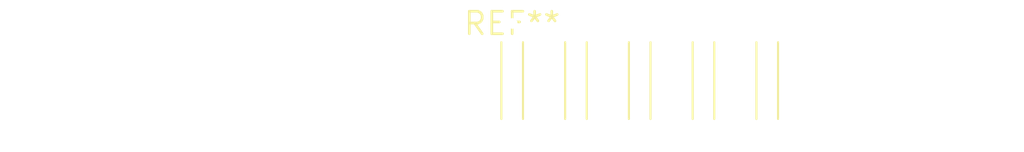
<source format=kicad_pcb>
(kicad_pcb (version 20240108) (generator pcbnew)
  (layers (0 "F.Cu" signal) (31 "B.Cu" signal) (34 "B.Paste" user) (35 "F.Paste" user) (36 "B.SilkS" user "B.Silkscreen") (37 "F.SilkS" user "F.Silkscreen") (38 "B.Mask" user) (39 "F.Mask" user) (44 "Edge.Cuts" user))
  (net 0 "")
  (footprint "SolderWire-0.1sqmm_1x05_P3.6mm_D0.4mm_OD1mm_Relief" (layer "F.Cu") (at 0 0)
    (property "Reference" "REF**")
    (property "Value" "SolderWire-0.1sqmm_1x05_P3.6mm_D0.4mm_OD1mm_Relief")
    (fp_line (start -0.61 1.06) (end -0.61 5.39) (layer "F.SilkS") (stroke (width 0.12)))
    (fp_line (start 0.61 1.06) (end 0.61 5.39) (layer "F.SilkS") (stroke (width 0.12)))
    (fp_line (start 2.99 1.06) (end 2.99 5.39) (layer "F.SilkS") (stroke (width 0.12)))
    (fp_line (start 4.21 1.06) (end 4.21 5.39) (layer "F.SilkS") (stroke (width 0.12)))
    (fp_line (start 6.59 1.06) (end 6.59 5.39) (layer "F.SilkS") (stroke (width 0.12)))
    (fp_line (start 7.81 1.06) (end 7.81 5.39) (layer "F.SilkS") (stroke (width 0.12)))
    (fp_line (start 10.19 1.06) (end 10.19 5.39) (layer "F.SilkS") (stroke (width 0.12)))
    (fp_line (start 11.41 1.06) (end 11.41 5.39) (layer "F.SilkS") (stroke (width 0.12)))
    (fp_line (start 13.79 1.06) (end 13.79 5.39) (layer "F.SilkS") (stroke (width 0.12)))
    (fp_line (start 15.01 1.06) (end 15.01 5.39) (layer "F.SilkS") (stroke (width 0.12)))
    (pad "" np_thru_hole circle (at 0 6) (size 1.5 1.5) (drill 1.5) (layers *.Cu *.Mask))
    (pad "" np_thru_hole circle (at 3.6 6) (size 1.5 1.5) (drill 1.5) (layers *.Cu *.Mask))
    (pad "" np_thru_hole circle (at 7.2 6) (size 1.5 1.5) (drill 1.5) (layers *.Cu *.Mask))
    (pad "" np_thru_hole circle (at 10.8 6) (size 1.5 1.5) (drill 1.5) (layers *.Cu *.Mask))
    (pad "" np_thru_hole circle (at 14.4 6) (size 1.5 1.5) (drill 1.5) (layers *.Cu *.Mask))
    (pad "1" thru_hole roundrect (at 0 0) (size 1.6 1.6) (drill 0.6) (layers *.Cu *.Mask) (remove_unused_layers) (roundrect_rratio 0.15625))
    (pad "2" thru_hole circle (at 3.6 0) (size 1.6 1.6) (drill 0.6) (layers *.Cu *.Mask) (remove_unused_layers))
    (pad "3" thru_hole circle (at 7.2 0) (size 1.6 1.6) (drill 0.6) (layers *.Cu *.Mask) (remove_unused_layers))
    (pad "4" thru_hole circle (at 10.8 0) (size 1.6 1.6) (drill 0.6) (layers *.Cu *.Mask) (remove_unused_layers))
    (pad "5" thru_hole circle (at 14.4 0) (size 1.6 1.6) (drill 0.6) (layers *.Cu *.Mask) (remove_unused_layers))
  )
)
</source>
